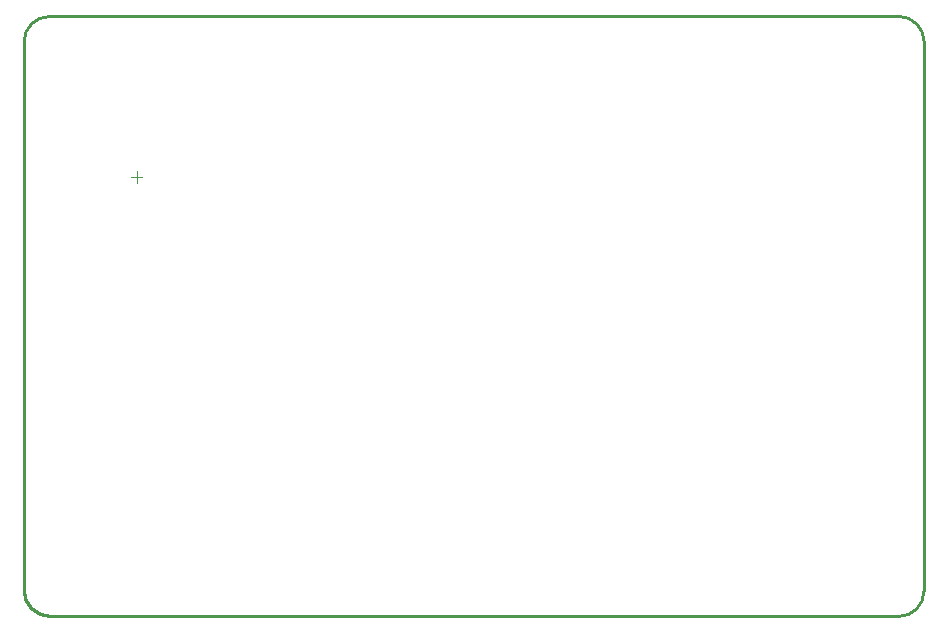
<source format=gko>
G04*
G04 #@! TF.GenerationSoftware,Altium Limited,Altium Designer,21.3.2 (30)*
G04*
G04 Layer_Color=16711935*
%FSLAX24Y24*%
%MOIN*%
G70*
G04*
G04 #@! TF.SameCoordinates,FFBA0EC0-682D-4AE7-A023-BFB846BD403B*
G04*
G04*
G04 #@! TF.FilePolarity,Positive*
G04*
G01*
G75*
%ADD10C,0.0100*%
%ADD15C,0.0020*%
D10*
X10000Y10900D02*
G03*
X10900Y10000I900J0D01*
G01*
X10846Y30000D02*
G03*
X10000Y29154I0J-846D01*
G01*
X40000D02*
G03*
X39154Y30000I-846J0D01*
G01*
Y10000D02*
G03*
X40000Y10846I0J846D01*
G01*
X10000Y10900D02*
Y29154D01*
X10846Y30000D02*
X39154D01*
X40000Y10846D02*
Y29154D01*
X10900Y10000D02*
X39154D01*
X10846Y30000D02*
G03*
X10000Y29154I0J-846D01*
G01*
Y10846D02*
G03*
X10846Y10000I846J0D01*
G01*
X40000Y29154D02*
G03*
X39154Y30000I-846J0D01*
G01*
Y10000D02*
G03*
X40000Y10846I0J846D01*
G01*
X10846Y30000D02*
X39154D01*
X10846Y10000D02*
X39154D01*
X10000Y10846D02*
Y29154D01*
X40000Y10846D02*
Y29154D01*
D15*
X13554Y24638D02*
X13947D01*
X13750Y24441D02*
Y24835D01*
M02*

</source>
